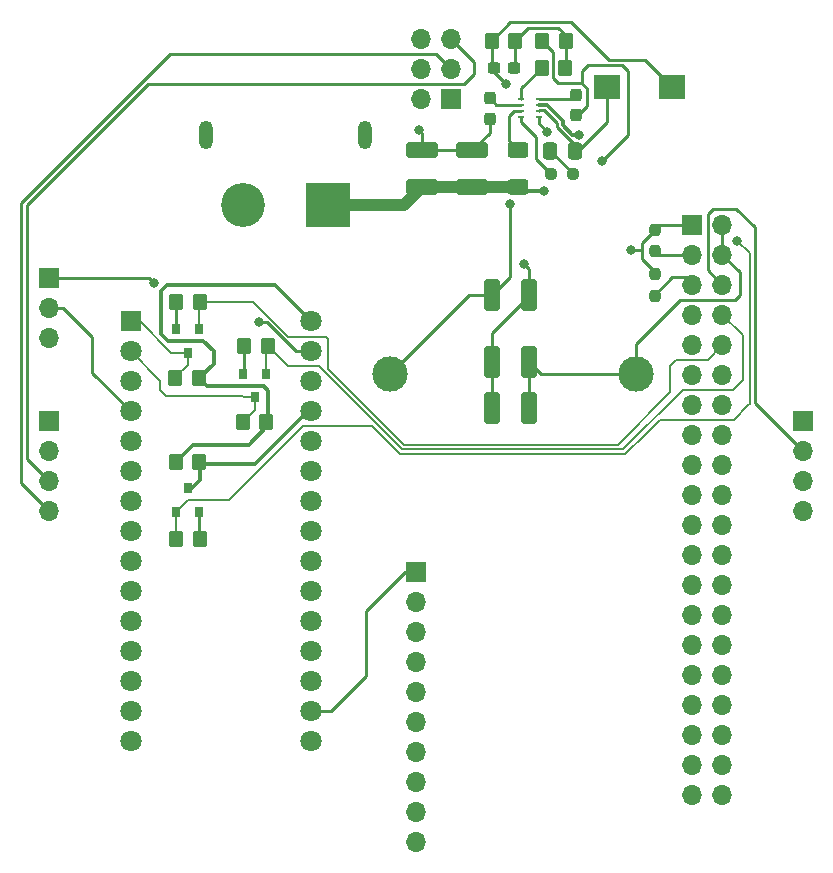
<source format=gbr>
%TF.GenerationSoftware,KiCad,Pcbnew,(6.0.4)*%
%TF.CreationDate,2022-09-19T00:41:06-04:00*%
%TF.ProjectId,Pi_HAT_V2,50695f48-4154-45f5-9632-2e6b69636164,rev?*%
%TF.SameCoordinates,Original*%
%TF.FileFunction,Copper,L2,Bot*%
%TF.FilePolarity,Positive*%
%FSLAX46Y46*%
G04 Gerber Fmt 4.6, Leading zero omitted, Abs format (unit mm)*
G04 Created by KiCad (PCBNEW (6.0.4)) date 2022-09-19 00:41:06*
%MOMM*%
%LPD*%
G01*
G04 APERTURE LIST*
G04 Aperture macros list*
%AMRoundRect*
0 Rectangle with rounded corners*
0 $1 Rounding radius*
0 $2 $3 $4 $5 $6 $7 $8 $9 X,Y pos of 4 corners*
0 Add a 4 corners polygon primitive as box body*
4,1,4,$2,$3,$4,$5,$6,$7,$8,$9,$2,$3,0*
0 Add four circle primitives for the rounded corners*
1,1,$1+$1,$2,$3*
1,1,$1+$1,$4,$5*
1,1,$1+$1,$6,$7*
1,1,$1+$1,$8,$9*
0 Add four rect primitives between the rounded corners*
20,1,$1+$1,$2,$3,$4,$5,0*
20,1,$1+$1,$4,$5,$6,$7,0*
20,1,$1+$1,$6,$7,$8,$9,0*
20,1,$1+$1,$8,$9,$2,$3,0*%
G04 Aperture macros list end*
%TA.AperFunction,SMDPad,CuDef*%
%ADD10R,0.609600X0.279400*%
%TD*%
%TA.AperFunction,SMDPad,CuDef*%
%ADD11R,2.260600X2.108200*%
%TD*%
%TA.AperFunction,ComponentPad*%
%ADD12R,1.800000X1.800000*%
%TD*%
%TA.AperFunction,ComponentPad*%
%ADD13C,1.800000*%
%TD*%
%TA.AperFunction,ComponentPad*%
%ADD14R,1.700000X1.700000*%
%TD*%
%TA.AperFunction,ComponentPad*%
%ADD15O,1.700000X1.700000*%
%TD*%
%TA.AperFunction,ComponentPad*%
%ADD16R,3.716000X3.716000*%
%TD*%
%TA.AperFunction,ComponentPad*%
%ADD17C,3.716000*%
%TD*%
%TA.AperFunction,ComponentPad*%
%ADD18O,1.200000X2.400000*%
%TD*%
%TA.AperFunction,ComponentPad*%
%ADD19C,3.000000*%
%TD*%
%TA.AperFunction,SMDPad,CuDef*%
%ADD20RoundRect,0.250000X0.412500X1.100000X-0.412500X1.100000X-0.412500X-1.100000X0.412500X-1.100000X0*%
%TD*%
%TA.AperFunction,SMDPad,CuDef*%
%ADD21RoundRect,0.237500X-0.300000X-0.237500X0.300000X-0.237500X0.300000X0.237500X-0.300000X0.237500X0*%
%TD*%
%TA.AperFunction,SMDPad,CuDef*%
%ADD22RoundRect,0.237500X-0.237500X0.300000X-0.237500X-0.300000X0.237500X-0.300000X0.237500X0.300000X0*%
%TD*%
%TA.AperFunction,SMDPad,CuDef*%
%ADD23RoundRect,0.250000X1.100000X-0.412500X1.100000X0.412500X-1.100000X0.412500X-1.100000X-0.412500X0*%
%TD*%
%TA.AperFunction,SMDPad,CuDef*%
%ADD24RoundRect,0.250000X0.625000X-0.400000X0.625000X0.400000X-0.625000X0.400000X-0.625000X-0.400000X0*%
%TD*%
%TA.AperFunction,SMDPad,CuDef*%
%ADD25RoundRect,0.250000X0.337500X0.475000X-0.337500X0.475000X-0.337500X-0.475000X0.337500X-0.475000X0*%
%TD*%
%TA.AperFunction,SMDPad,CuDef*%
%ADD26RoundRect,0.237500X0.237500X-0.250000X0.237500X0.250000X-0.237500X0.250000X-0.237500X-0.250000X0*%
%TD*%
%TA.AperFunction,SMDPad,CuDef*%
%ADD27RoundRect,0.250000X-0.350000X-0.450000X0.350000X-0.450000X0.350000X0.450000X-0.350000X0.450000X0*%
%TD*%
%TA.AperFunction,SMDPad,CuDef*%
%ADD28R,0.800000X0.900000*%
%TD*%
%TA.AperFunction,SMDPad,CuDef*%
%ADD29RoundRect,0.250000X0.350000X0.450000X-0.350000X0.450000X-0.350000X-0.450000X0.350000X-0.450000X0*%
%TD*%
%TA.AperFunction,SMDPad,CuDef*%
%ADD30RoundRect,0.237500X-0.250000X-0.237500X0.250000X-0.237500X0.250000X0.237500X-0.250000X0.237500X0*%
%TD*%
%TA.AperFunction,SMDPad,CuDef*%
%ADD31RoundRect,0.250000X-0.412500X-1.100000X0.412500X-1.100000X0.412500X1.100000X-0.412500X1.100000X0*%
%TD*%
%TA.AperFunction,ViaPad*%
%ADD32C,0.800000*%
%TD*%
%TA.AperFunction,Conductor*%
%ADD33C,0.250000*%
%TD*%
%TA.AperFunction,Conductor*%
%ADD34C,0.200000*%
%TD*%
%TA.AperFunction,Conductor*%
%ADD35C,0.300000*%
%TD*%
%TA.AperFunction,Conductor*%
%ADD36C,1.000000*%
%TD*%
G04 APERTURE END LIST*
D10*
%TO.P,U1,8,FB*%
%TO.N,Net-(R3-Pad1)*%
X136500700Y-68724999D03*
%TO.P,U1,7,SS*%
%TO.N,Net-(C8-Pad1)*%
X136500700Y-69225000D03*
%TO.P,U1,6,EN/SYNC*%
%TO.N,Net-(R2-Pad2)*%
X136500700Y-69725000D03*
%TO.P,U1,5,BST*%
%TO.N,Net-(R4-Pad1)*%
X136500700Y-70225001D03*
%TO.P,U1,4,GND*%
%TO.N,GND*%
X137999300Y-70225001D03*
%TO.P,U1,3,SW*%
%TO.N,Net-(C4-Pad1)*%
X137999300Y-69725000D03*
%TO.P,U1,2,IN*%
%TO.N,12V*%
X137999300Y-69225000D03*
%TO.P,U1,1,PG*%
%TO.N,Net-(C3-Pad1)*%
X137999300Y-68724999D03*
%TD*%
D11*
%TO.P,L1,1,1*%
%TO.N,Net-(C4-Pad1)*%
X143758900Y-67700000D03*
%TO.P,L1,2,2*%
%TO.N,Net-(C5-Pad1)*%
X149296100Y-67700000D03*
%TD*%
D12*
%TO.P,TB1,1,D1/TX*%
%TO.N,/TXN*%
X103430000Y-87570000D03*
D13*
%TO.P,TB1,2,D0/RX*%
%TO.N,/RXN*%
X103430000Y-90110000D03*
%TO.P,TB1,3,RESET*%
%TO.N,unconnected-(TB1-Pad28)*%
X103430000Y-92650000D03*
%TO.P,TB1,4,COM/GND*%
%TO.N,GND*%
X103430000Y-95190000D03*
%TO.P,TB1,5,D2*%
%TO.N,unconnected-(TB1-Pad5)*%
X103430000Y-97730000D03*
%TO.P,TB1,6,D3*%
%TO.N,unconnected-(TB1-Pad6)*%
X103430000Y-100270000D03*
%TO.P,TB1,7,D4*%
%TO.N,unconnected-(TB1-Pad7)*%
X103430000Y-102810000D03*
%TO.P,TB1,8,D5*%
%TO.N,unconnected-(TB1-Pad8)*%
X103430000Y-105350000D03*
%TO.P,TB1,9,D6*%
%TO.N,unconnected-(TB1-Pad9)*%
X103430000Y-107890000D03*
%TO.P,TB1,10,D7*%
%TO.N,unconnected-(TB1-Pad10)*%
X103430000Y-110430000D03*
%TO.P,TB1,11,D8*%
%TO.N,unconnected-(TB1-Pad11)*%
X103430000Y-112970000D03*
%TO.P,TB1,12,D9*%
%TO.N,unconnected-(TB1-Pad12)*%
X103430000Y-115510000D03*
%TO.P,TB1,13,D10*%
%TO.N,unconnected-(TB1-Pad13)*%
X103430000Y-118050000D03*
%TO.P,TB1,14,D11/MOSI*%
%TO.N,unconnected-(TB1-Pad14)*%
X103430000Y-120590000D03*
%TO.P,TB1,15,D12/MISO*%
%TO.N,unconnected-(TB1-Pad15)*%
X103430000Y-123130000D03*
%TO.P,TB1,16,D13/SCK*%
%TO.N,unconnected-(TB1-Pad16)*%
X118670000Y-123130000D03*
%TO.P,TB1,17,3V3*%
%TO.N,3.3VN*%
X118670000Y-120590000D03*
%TO.P,TB1,18,AREF*%
%TO.N,unconnected-(TB1-Pad18)*%
X118670000Y-118050000D03*
%TO.P,TB1,19,A0*%
%TO.N,/PS*%
X118670000Y-115510000D03*
%TO.P,TB1,20,A1*%
%TO.N,unconnected-(TB1-Pad20)*%
X118670000Y-112970000D03*
%TO.P,TB1,21,A2*%
%TO.N,unconnected-(TB1-Pad21)*%
X118670000Y-110430000D03*
%TO.P,TB1,22,A3*%
%TO.N,unconnected-(TB1-Pad22)*%
X118670000Y-107890000D03*
%TO.P,TB1,23,A4*%
%TO.N,SDAN*%
X118670000Y-105350000D03*
%TO.P,TB1,24,A5*%
%TO.N,SCLN*%
X118670000Y-102810000D03*
%TO.P,TB1,25,A6*%
%TO.N,unconnected-(TB1-Pad25)*%
X118670000Y-100270000D03*
%TO.P,TB1,26,A7*%
%TO.N,unconnected-(TB1-Pad26)*%
X118670000Y-97730000D03*
%TO.P,TB1,27,+5V*%
%TO.N,/5VN*%
X118670000Y-95190000D03*
%TO.P,TB1,28,RESET*%
%TO.N,unconnected-(TB1-Pad28)*%
X118670000Y-92650000D03*
%TO.P,TB1,29,COM/GND*%
%TO.N,GND*%
X118670000Y-90110000D03*
%TO.P,TB1,30,VIN*%
%TO.N,/5V*%
X118670000Y-87570000D03*
%TD*%
D14*
%TO.P,J3,1,Pin_1*%
%TO.N,3.3VP*%
X130565000Y-68775000D03*
D15*
%TO.P,J3,2,Pin_2*%
%TO.N,/5V*%
X128025000Y-68775000D03*
%TO.P,J3,3,Pin_3*%
%TO.N,/SDA*%
X130565000Y-66235000D03*
%TO.P,J3,4,Pin_4*%
%TO.N,/5V*%
X128025000Y-66235000D03*
%TO.P,J3,5,Pin_5*%
%TO.N,/SCL*%
X130565000Y-63695000D03*
%TO.P,J3,6,Pin_6*%
%TO.N,GND*%
X128025000Y-63695000D03*
%TD*%
D14*
%TO.P,J1,1,Pin_1*%
%TO.N,3.3VN*%
X127550000Y-108800000D03*
D15*
%TO.P,J1,2,Pin_2*%
%TO.N,GND*%
X127550000Y-111340000D03*
%TO.P,J1,3,Pin_3*%
%TO.N,SCLN*%
X127550000Y-113880000D03*
%TO.P,J1,4,Pin_4*%
%TO.N,SDAN*%
X127550000Y-116420000D03*
%TO.P,J1,5,Pin_5*%
%TO.N,unconnected-(J1-Pad5)*%
X127550000Y-118960000D03*
%TO.P,J1,6,Pin_6*%
%TO.N,unconnected-(J1-Pad6)*%
X127550000Y-121500000D03*
%TO.P,J1,7,Pin_7*%
%TO.N,unconnected-(J1-Pad7)*%
X127550000Y-124040000D03*
%TO.P,J1,8,Pin_8*%
%TO.N,unconnected-(J1-Pad8)*%
X127550000Y-126580000D03*
%TO.P,J1,9,Pin_9*%
%TO.N,unconnected-(J1-Pad9)*%
X127550000Y-129120000D03*
%TO.P,J1,10,Pin_10*%
%TO.N,unconnected-(J1-Pad10)*%
X127550000Y-131660000D03*
%TD*%
D14*
%TO.P,J2,1,Pin_1*%
%TO.N,3.3VP*%
X151000000Y-79400000D03*
D15*
%TO.P,J2,2,Pin_2*%
%TO.N,/5V*%
X153540000Y-79400000D03*
%TO.P,J2,3,Pin_3*%
%TO.N,/SDA*%
X151000000Y-81940000D03*
%TO.P,J2,4,Pin_4*%
%TO.N,/5V*%
X153540000Y-81940000D03*
%TO.P,J2,5,Pin_5*%
%TO.N,/SCL*%
X151000000Y-84480000D03*
%TO.P,J2,6,Pin_6*%
%TO.N,GND*%
X153540000Y-84480000D03*
%TO.P,J2,7,Pin_7*%
%TO.N,unconnected-(J2-Pad7)*%
X151000000Y-87020000D03*
%TO.P,J2,8,Pin_8*%
%TO.N,/TXP*%
X153540000Y-87020000D03*
%TO.P,J2,9,Pin_9*%
%TO.N,unconnected-(J2-Pad9)*%
X151000000Y-89560000D03*
%TO.P,J2,10,Pin_10*%
%TO.N,/RXP*%
X153540000Y-89560000D03*
%TO.P,J2,11,Pin_11*%
%TO.N,unconnected-(J2-Pad11)*%
X151000000Y-92100000D03*
%TO.P,J2,12,Pin_12*%
%TO.N,unconnected-(J2-Pad12)*%
X153540000Y-92100000D03*
%TO.P,J2,13,Pin_13*%
%TO.N,unconnected-(J2-Pad13)*%
X151000000Y-94640000D03*
%TO.P,J2,14,Pin_14*%
%TO.N,unconnected-(J2-Pad14)*%
X153540000Y-94640000D03*
%TO.P,J2,15,Pin_15*%
%TO.N,unconnected-(J2-Pad15)*%
X151000000Y-97180000D03*
%TO.P,J2,16,Pin_16*%
%TO.N,unconnected-(J2-Pad16)*%
X153540000Y-97180000D03*
%TO.P,J2,17,Pin_17*%
%TO.N,unconnected-(J2-Pad17)*%
X151000000Y-99720000D03*
%TO.P,J2,18,Pin_18*%
%TO.N,unconnected-(J2-Pad18)*%
X153540000Y-99720000D03*
%TO.P,J2,19,Pin_19*%
%TO.N,unconnected-(J2-Pad19)*%
X151000000Y-102260000D03*
%TO.P,J2,20,Pin_20*%
%TO.N,unconnected-(J2-Pad20)*%
X153540000Y-102260000D03*
%TO.P,J2,21,Pin_21*%
%TO.N,unconnected-(J2-Pad21)*%
X151000000Y-104800000D03*
%TO.P,J2,22,Pin_22*%
%TO.N,unconnected-(J2-Pad22)*%
X153540000Y-104800000D03*
%TO.P,J2,23,Pin_23*%
%TO.N,unconnected-(J2-Pad23)*%
X151000000Y-107340000D03*
%TO.P,J2,24,Pin_24*%
%TO.N,unconnected-(J2-Pad24)*%
X153540000Y-107340000D03*
%TO.P,J2,25,Pin_25*%
%TO.N,unconnected-(J2-Pad25)*%
X151000000Y-109880000D03*
%TO.P,J2,26,Pin_26*%
%TO.N,unconnected-(J2-Pad26)*%
X153540000Y-109880000D03*
%TO.P,J2,27,Pin_27*%
%TO.N,unconnected-(J2-Pad27)*%
X151000000Y-112420000D03*
%TO.P,J2,28,Pin_28*%
%TO.N,unconnected-(J2-Pad28)*%
X153540000Y-112420000D03*
%TO.P,J2,29,Pin_29*%
%TO.N,unconnected-(J2-Pad29)*%
X151000000Y-114960000D03*
%TO.P,J2,30,Pin_30*%
%TO.N,unconnected-(J2-Pad30)*%
X153540000Y-114960000D03*
%TO.P,J2,31,Pin_31*%
%TO.N,unconnected-(J2-Pad31)*%
X151000000Y-117500000D03*
%TO.P,J2,32,Pin_32*%
%TO.N,unconnected-(J2-Pad32)*%
X153540000Y-117500000D03*
%TO.P,J2,33,Pin_33*%
%TO.N,unconnected-(J2-Pad33)*%
X151000000Y-120040000D03*
%TO.P,J2,34,Pin_34*%
%TO.N,unconnected-(J2-Pad34)*%
X153540000Y-120040000D03*
%TO.P,J2,35,Pin_35*%
%TO.N,unconnected-(J2-Pad35)*%
X151000000Y-122580000D03*
%TO.P,J2,36,Pin_36*%
%TO.N,unconnected-(J2-Pad36)*%
X153540000Y-122580000D03*
%TO.P,J2,37,Pin_37*%
%TO.N,unconnected-(J2-Pad37)*%
X151000000Y-125120000D03*
%TO.P,J2,38,Pin_38*%
%TO.N,unconnected-(J2-Pad38)*%
X153540000Y-125120000D03*
%TO.P,J2,39,Pin_39*%
%TO.N,unconnected-(J2-Pad39)*%
X151000000Y-127660000D03*
%TO.P,J2,40,Pin_40*%
%TO.N,unconnected-(J2-Pad40)*%
X153540000Y-127660000D03*
%TD*%
D14*
%TO.P,J4,1,Pin_1*%
%TO.N,12V*%
X96550000Y-96000000D03*
D15*
%TO.P,J4,2,Pin_2*%
%TO.N,GND*%
X96550000Y-98540000D03*
%TO.P,J4,3,Pin_3*%
%TO.N,/SCL*%
X96550000Y-101080000D03*
%TO.P,J4,4,Pin_4*%
%TO.N,/SDA*%
X96550000Y-103620000D03*
%TD*%
D16*
%TO.P,J5,1,+*%
%TO.N,12V*%
X120150000Y-77750000D03*
D17*
%TO.P,J5,2,-*%
%TO.N,GND*%
X112950000Y-77750000D03*
D18*
%TO.P,J5,S1*%
%TO.N,N/C*%
X123300000Y-71750000D03*
%TO.P,J5,S2*%
X109800000Y-71750000D03*
%TD*%
D19*
%TO.P,L2,1,1*%
%TO.N,Net-(C5-Pad1)*%
X125400000Y-92000000D03*
%TO.P,L2,2,2*%
%TO.N,/5V*%
X146200000Y-92000000D03*
%TD*%
D14*
%TO.P,J6,1,Pin_1*%
%TO.N,12V*%
X160350000Y-96000000D03*
D15*
%TO.P,J6,2,Pin_2*%
%TO.N,GND*%
X160350000Y-98540000D03*
%TO.P,J6,3,Pin_3*%
%TO.N,/SCL*%
X160350000Y-101080000D03*
%TO.P,J6,4,Pin_4*%
%TO.N,/SDA*%
X160350000Y-103620000D03*
%TD*%
D14*
%TO.P,J7,1,Pin_1*%
%TO.N,/5VN*%
X96550000Y-83875000D03*
D15*
%TO.P,J7,2,Pin_2*%
%TO.N,GND*%
X96550000Y-86415000D03*
%TO.P,J7,3,Pin_3*%
%TO.N,/PS*%
X96550000Y-88955000D03*
%TD*%
D20*
%TO.P,C7,1*%
%TO.N,/5V*%
X137162500Y-94900000D03*
%TO.P,C7,2*%
%TO.N,GND*%
X134037500Y-94900000D03*
%TD*%
D21*
%TO.P,C9,1*%
%TO.N,Net-(C5-Pad1)*%
X134162500Y-66075000D03*
%TO.P,C9,2*%
%TO.N,Net-(C9-Pad2)*%
X135887500Y-66075000D03*
%TD*%
D22*
%TO.P,C3,2*%
%TO.N,GND*%
X141100000Y-70112500D03*
%TO.P,C3,1*%
%TO.N,Net-(C3-Pad1)*%
X141100000Y-68387500D03*
%TD*%
D20*
%TO.P,C6,1*%
%TO.N,/5V*%
X137162500Y-91000000D03*
%TO.P,C6,2*%
%TO.N,GND*%
X134037500Y-91000000D03*
%TD*%
D23*
%TO.P,C1,1*%
%TO.N,12V*%
X132375000Y-76162500D03*
%TO.P,C1,2*%
%TO.N,GND*%
X132375000Y-73037500D03*
%TD*%
%TO.P,C2,1*%
%TO.N,12V*%
X128125000Y-76162500D03*
%TO.P,C2,2*%
%TO.N,GND*%
X128125000Y-73037500D03*
%TD*%
D24*
%TO.P,R2,1*%
%TO.N,12V*%
X136225000Y-76175000D03*
%TO.P,R2,2*%
%TO.N,Net-(R2-Pad2)*%
X136225000Y-73075000D03*
%TD*%
D25*
%TO.P,C4,1*%
%TO.N,Net-(C4-Pad1)*%
X141012500Y-73100000D03*
%TO.P,C4,2*%
%TO.N,Net-(C4-Pad2)*%
X138937500Y-73100000D03*
%TD*%
D26*
%TO.P,R7,1*%
%TO.N,/SCL*%
X147800000Y-85387500D03*
%TO.P,R7,2*%
%TO.N,3.3VP*%
X147800000Y-83562500D03*
%TD*%
D27*
%TO.P,R9,1*%
%TO.N,/5V*%
X107250000Y-99475000D03*
%TO.P,R9,2*%
%TO.N,/5VN*%
X109250000Y-99475000D03*
%TD*%
%TO.P,R10,1*%
%TO.N,VAA*%
X113025000Y-89675000D03*
%TO.P,R10,2*%
%TO.N,/TXP*%
X115025000Y-89675000D03*
%TD*%
%TO.P,R5,1*%
%TO.N,GND*%
X138250000Y-63825000D03*
%TO.P,R5,2*%
%TO.N,Net-(C9-Pad2)*%
X140250000Y-63825000D03*
%TD*%
%TO.P,R14,1*%
%TO.N,Net-(C5-Pad1)*%
X134000000Y-63800000D03*
%TO.P,R14,2*%
%TO.N,Net-(C9-Pad2)*%
X136000000Y-63800000D03*
%TD*%
%TO.P,R12,1*%
%TO.N,VD*%
X107275000Y-85900000D03*
%TO.P,R12,2*%
%TO.N,/RXP*%
X109275000Y-85900000D03*
%TD*%
D22*
%TO.P,C8,2*%
%TO.N,GND*%
X133825000Y-70412500D03*
%TO.P,C8,1*%
%TO.N,Net-(C8-Pad1)*%
X133825000Y-68687500D03*
%TD*%
D28*
%TO.P,Q3,1*%
%TO.N,VD*%
X107300000Y-88225000D03*
%TO.P,Q3,2*%
%TO.N,/RXP*%
X109200000Y-88225000D03*
%TO.P,Q3,3*%
%TO.N,/TXN*%
X108250000Y-90225000D03*
%TD*%
D29*
%TO.P,R11,1*%
%TO.N,/5V*%
X114925000Y-96100000D03*
%TO.P,R11,2*%
%TO.N,/RXN*%
X112925000Y-96100000D03*
%TD*%
D28*
%TO.P,Q1,1*%
%TO.N,+3V3*%
X109200000Y-103675000D03*
%TO.P,Q1,2*%
%TO.N,3.3VP*%
X107300000Y-103675000D03*
%TO.P,Q1,3*%
%TO.N,/5VN*%
X108250000Y-101675000D03*
%TD*%
D26*
%TO.P,R6,1*%
%TO.N,/SDA*%
X147800000Y-81637500D03*
%TO.P,R6,2*%
%TO.N,3.3VP*%
X147800000Y-79812500D03*
%TD*%
D30*
%TO.P,R4,1*%
%TO.N,Net-(R4-Pad1)*%
X139037500Y-75125000D03*
%TO.P,R4,2*%
%TO.N,Net-(C4-Pad2)*%
X140862500Y-75125000D03*
%TD*%
D29*
%TO.P,R8,1*%
%TO.N,+3V3*%
X109275000Y-106025000D03*
%TO.P,R8,2*%
%TO.N,3.3VP*%
X107275000Y-106025000D03*
%TD*%
%TO.P,R13,1*%
%TO.N,/5V*%
X109225000Y-92400000D03*
%TO.P,R13,2*%
%TO.N,/TXN*%
X107225000Y-92400000D03*
%TD*%
D28*
%TO.P,Q2,1*%
%TO.N,VAA*%
X112975000Y-92000000D03*
%TO.P,Q2,2*%
%TO.N,/TXP*%
X114875000Y-92000000D03*
%TO.P,Q2,3*%
%TO.N,/RXN*%
X113925000Y-94000000D03*
%TD*%
D31*
%TO.P,C5,1*%
%TO.N,Net-(C5-Pad1)*%
X134037500Y-85350000D03*
%TO.P,C5,2*%
%TO.N,GND*%
X137162500Y-85350000D03*
%TD*%
D27*
%TO.P,R3,1*%
%TO.N,Net-(R3-Pad1)*%
X138225000Y-66100000D03*
%TO.P,R3,2*%
%TO.N,Net-(C9-Pad2)*%
X140225000Y-66100000D03*
%TD*%
D32*
%TO.N,GND*%
X143350000Y-74025000D03*
%TO.N,3.3VP*%
X145775000Y-81525000D03*
%TO.N,Net-(C5-Pad1)*%
X135575000Y-77650000D03*
X135200000Y-67450000D03*
%TO.N,GND*%
X114325000Y-87650000D03*
%TO.N,/5VN*%
X105375000Y-84300000D03*
%TO.N,3.3VP*%
X154775000Y-80750000D03*
%TO.N,GND*%
X136700000Y-82700000D03*
%TO.N,12V*%
X138450000Y-76550000D03*
X141400000Y-71750000D03*
%TO.N,GND*%
X138700000Y-71500000D03*
X127850000Y-71400000D03*
%TD*%
D33*
%TO.N,/SCL*%
X94675000Y-99205000D02*
X94675000Y-77675000D01*
%TO.N,Net-(C5-Pad1)*%
X146996100Y-65400000D02*
X149296100Y-67700000D01*
X143900000Y-65400000D02*
X146996100Y-65400000D01*
X140750480Y-62250480D02*
X143900000Y-65400000D01*
X135549520Y-62250480D02*
X140750480Y-62250480D01*
X134000000Y-63800000D02*
X135549520Y-62250480D01*
%TO.N,GND*%
X141650000Y-66400000D02*
X141650000Y-67400000D01*
X145550000Y-66375000D02*
X145050000Y-65875000D01*
X145550000Y-71825000D02*
X145550000Y-66375000D01*
X142175000Y-65875000D02*
X141650000Y-66400000D01*
X143350000Y-74025000D02*
X145550000Y-71825000D01*
X145050000Y-65875000D02*
X142175000Y-65875000D01*
%TO.N,3.3VP*%
X145775000Y-81525000D02*
X146650000Y-81525000D01*
X146650000Y-81525000D02*
X146700000Y-81475000D01*
X146700000Y-82300000D02*
X146700000Y-81475000D01*
X146700000Y-81475000D02*
X146700000Y-80912500D01*
%TO.N,Net-(C5-Pad1)*%
X135575000Y-83812500D02*
X134037500Y-85350000D01*
X135575000Y-77650000D02*
X135575000Y-83812500D01*
X134162500Y-66412500D02*
X135200000Y-67450000D01*
X134162500Y-66075000D02*
X134162500Y-66412500D01*
%TO.N,GND*%
X117410000Y-90110000D02*
X118670000Y-90110000D01*
X114950000Y-87650000D02*
X117410000Y-90110000D01*
X114325000Y-87650000D02*
X114950000Y-87650000D01*
%TO.N,/5VN*%
X104950000Y-83875000D02*
X105375000Y-84300000D01*
X96550000Y-83875000D02*
X104950000Y-83875000D01*
D34*
%TO.N,/TXN*%
X104220000Y-87570000D02*
X103430000Y-87570000D01*
X106875000Y-90225000D02*
X104220000Y-87570000D01*
X108250000Y-90225000D02*
X106875000Y-90225000D01*
D35*
%TO.N,/5V*%
X115625000Y-84525000D02*
X118670000Y-87570000D01*
X106475000Y-84525000D02*
X115625000Y-84525000D01*
X105975000Y-85025000D02*
X106475000Y-84525000D01*
X106600000Y-89250000D02*
X105975000Y-88625000D01*
X109600000Y-89250000D02*
X106600000Y-89250000D01*
X105975000Y-88625000D02*
X105975000Y-85025000D01*
X110450000Y-90100000D02*
X109600000Y-89250000D01*
X110450000Y-91175000D02*
X110450000Y-90100000D01*
X109225000Y-92400000D02*
X110450000Y-91175000D01*
D34*
%TO.N,3.3VP*%
X154800000Y-80750000D02*
X154775000Y-80750000D01*
X155850000Y-81800000D02*
X154800000Y-80750000D01*
X155850000Y-94525000D02*
X155850000Y-81800000D01*
X155700000Y-94675000D02*
X155850000Y-94525000D01*
X154500000Y-95875000D02*
X155700000Y-94675000D01*
X151125000Y-95875000D02*
X154500000Y-95875000D01*
X147045003Y-97070003D02*
X148240006Y-95875000D01*
X145315487Y-98799519D02*
X147045003Y-97070003D01*
X148240006Y-95875000D02*
X151125000Y-95875000D01*
X130525000Y-98799520D02*
X145315487Y-98799519D01*
X126209514Y-98799520D02*
X130525000Y-98799520D01*
X125992497Y-98582503D02*
X126209514Y-98799520D01*
X123859994Y-96450000D02*
X125992497Y-98582503D01*
X123575000Y-96450000D02*
X123859994Y-96450000D01*
X119000000Y-96450000D02*
X123575000Y-96450000D01*
X117950000Y-96450000D02*
X119000000Y-96450000D01*
X117900000Y-96500000D02*
X117950000Y-96450000D01*
X108875000Y-102675000D02*
X111725000Y-102675000D01*
X111725000Y-102675000D02*
X117900000Y-96500000D01*
X108300000Y-102675000D02*
X108875000Y-102675000D01*
X107300000Y-103675000D02*
X108300000Y-102675000D01*
D33*
%TO.N,GND*%
X156300000Y-94490000D02*
X160350000Y-98540000D01*
X156300000Y-79600000D02*
X156300000Y-94490000D01*
X154725000Y-78025000D02*
X156300000Y-79600000D01*
X152725000Y-78025000D02*
X154725000Y-78025000D01*
X152275000Y-78475000D02*
X152725000Y-78025000D01*
X152275000Y-83215000D02*
X152275000Y-78475000D01*
X153540000Y-84480000D02*
X152275000Y-83215000D01*
D34*
%TO.N,/RXP*%
X152275000Y-90825000D02*
X153540000Y-89560000D01*
X149625000Y-90825000D02*
X152275000Y-90825000D01*
X149125000Y-91325000D02*
X149625000Y-90825000D01*
X149125000Y-93550000D02*
X149125000Y-91325000D01*
X144674520Y-98000480D02*
X149125000Y-93550000D01*
X126550480Y-98000480D02*
X144674520Y-98000480D01*
X120175000Y-91625000D02*
X126550480Y-98000480D01*
X120175000Y-89050000D02*
X120175000Y-91625000D01*
X119975000Y-88850000D02*
X120175000Y-89050000D01*
X116775000Y-88850000D02*
X119975000Y-88850000D01*
X113825000Y-85900000D02*
X116775000Y-88850000D01*
X109275000Y-85900000D02*
X113825000Y-85900000D01*
%TO.N,/TXP*%
X155250000Y-88730000D02*
X153540000Y-87020000D01*
X155250000Y-92525000D02*
X155250000Y-88730000D01*
X154425000Y-93350000D02*
X155250000Y-92525000D01*
X150200000Y-93350000D02*
X154425000Y-93350000D01*
X145150000Y-98400000D02*
X150200000Y-93350000D01*
X126375000Y-98400000D02*
X145150000Y-98400000D01*
X119350000Y-91375000D02*
X126375000Y-98400000D01*
X116725000Y-91375000D02*
X119350000Y-91375000D01*
X115025000Y-89675000D02*
X116725000Y-91375000D01*
D33*
%TO.N,/SCL*%
X132500000Y-65630000D02*
X130565000Y-63695000D01*
X132500000Y-66650000D02*
X132500000Y-65630000D01*
X131675000Y-67475000D02*
X132500000Y-66650000D01*
X104875000Y-67475000D02*
X131675000Y-67475000D01*
X94675000Y-77675000D02*
X104875000Y-67475000D01*
X96550000Y-101080000D02*
X94675000Y-99205000D01*
%TO.N,/SDA*%
X129280000Y-64950000D02*
X130565000Y-66235000D01*
X106764282Y-64950000D02*
X129280000Y-64950000D01*
X94175000Y-101245000D02*
X94175000Y-77539282D01*
X96550000Y-103620000D02*
X94175000Y-101245000D01*
X94175000Y-77539282D02*
X106764282Y-64950000D01*
%TO.N,GND*%
X97690000Y-86415000D02*
X96550000Y-86415000D01*
X100200000Y-88925000D02*
X97690000Y-86415000D01*
X100200000Y-91960000D02*
X100200000Y-88925000D01*
X103430000Y-95190000D02*
X100200000Y-91960000D01*
%TO.N,3.3VN*%
X123350000Y-112100000D02*
X123350000Y-117600000D01*
X123350000Y-117600000D02*
X120360000Y-120590000D01*
X120360000Y-120590000D02*
X118670000Y-120590000D01*
X126650000Y-108800000D02*
X123350000Y-112100000D01*
X127550000Y-108800000D02*
X126650000Y-108800000D01*
D35*
%TO.N,/5V*%
X113450000Y-98000000D02*
X108725000Y-98000000D01*
X114925000Y-96525000D02*
X113450000Y-98000000D01*
X108725000Y-98000000D02*
X107250000Y-99475000D01*
X114925000Y-96100000D02*
X114925000Y-96525000D01*
X114700000Y-93050000D02*
X115100000Y-93450000D01*
X115100000Y-95925000D02*
X114925000Y-96100000D01*
X109875000Y-93050000D02*
X114700000Y-93050000D01*
X115100000Y-93450000D02*
X115100000Y-95925000D01*
X109225000Y-92400000D02*
X109875000Y-93050000D01*
D33*
X155000000Y-83400000D02*
X153540000Y-81940000D01*
X155000000Y-85350000D02*
X155000000Y-83400000D01*
X154600000Y-85750000D02*
X155000000Y-85350000D01*
X149950000Y-85750000D02*
X154600000Y-85750000D01*
X146200000Y-89500000D02*
X149950000Y-85750000D01*
X146200000Y-92000000D02*
X146200000Y-89500000D01*
X153540000Y-79400000D02*
X153540000Y-81940000D01*
%TO.N,/SCL*%
X149300000Y-83850000D02*
X150370000Y-83850000D01*
X150370000Y-83850000D02*
X151000000Y-84480000D01*
X147800000Y-85350000D02*
X149300000Y-83850000D01*
X147800000Y-85387500D02*
X147800000Y-85350000D01*
%TO.N,3.3VP*%
X146700000Y-80912500D02*
X147800000Y-79812500D01*
X147800000Y-83400000D02*
X146700000Y-82300000D01*
X147800000Y-83562500D02*
X147800000Y-83400000D01*
%TO.N,/SDA*%
X148102500Y-81940000D02*
X151000000Y-81940000D01*
X147800000Y-81637500D02*
X148102500Y-81940000D01*
%TO.N,3.3VP*%
X148212500Y-79400000D02*
X151000000Y-79400000D01*
X147800000Y-79812500D02*
X148212500Y-79400000D01*
%TO.N,GND*%
X137162500Y-83162500D02*
X136700000Y-82700000D01*
X137162500Y-85350000D02*
X137162500Y-83162500D01*
%TO.N,/5V*%
X138162500Y-92000000D02*
X146200000Y-92000000D01*
X137162500Y-91000000D02*
X138162500Y-92000000D01*
X137162500Y-91000000D02*
X137162500Y-94900000D01*
%TO.N,Net-(C5-Pad1)*%
X132050000Y-85350000D02*
X125400000Y-92000000D01*
X134037500Y-85350000D02*
X132050000Y-85350000D01*
%TO.N,GND*%
X134037500Y-94900000D02*
X134037500Y-91000000D01*
X134000000Y-90962500D02*
X134037500Y-91000000D01*
X137162500Y-85387500D02*
X134000000Y-88550000D01*
X134000000Y-88550000D02*
X134000000Y-90962500D01*
X137162500Y-85350000D02*
X137162500Y-85387500D01*
%TO.N,Net-(C4-Pad2)*%
X140862500Y-75025000D02*
X138937500Y-73100000D01*
X140862500Y-75125000D02*
X140862500Y-75025000D01*
D35*
%TO.N,12V*%
X138450000Y-76550000D02*
X136600000Y-76550000D01*
X140800000Y-71750000D02*
X141400000Y-71750000D01*
X140000000Y-70950000D02*
X140800000Y-71750000D01*
D33*
%TO.N,Net-(C4-Pad1)*%
X141350000Y-73100000D02*
X143758900Y-70691100D01*
X143758900Y-70691100D02*
X143758900Y-67700000D01*
X141012500Y-73100000D02*
X141350000Y-73100000D01*
%TO.N,Net-(C5-Pad1)*%
X134000000Y-65912500D02*
X134162500Y-66075000D01*
X134000000Y-63800000D02*
X134000000Y-65912500D01*
%TO.N,GND*%
X137999300Y-70799300D02*
X138700000Y-71500000D01*
X137999300Y-70225001D02*
X137999300Y-70799300D01*
X141337500Y-70112500D02*
X141100000Y-70112500D01*
X142100000Y-69350000D02*
X141337500Y-70112500D01*
X142100000Y-67850000D02*
X142100000Y-69350000D01*
X141650000Y-67400000D02*
X142100000Y-67850000D01*
X139650000Y-67400000D02*
X141650000Y-67400000D01*
X139200000Y-66950000D02*
X139650000Y-67400000D01*
X139200000Y-64800000D02*
X139200000Y-66950000D01*
X138250000Y-63850000D02*
X139200000Y-64800000D01*
X138250000Y-63825000D02*
X138250000Y-63850000D01*
%TO.N,Net-(C9-Pad2)*%
X136000000Y-65962500D02*
X135887500Y-66075000D01*
X136000000Y-63800000D02*
X136000000Y-65962500D01*
X137100000Y-62700000D02*
X136000000Y-63800000D01*
X139650000Y-62700000D02*
X137100000Y-62700000D01*
X140250000Y-63300000D02*
X139650000Y-62700000D01*
X140250000Y-63825000D02*
X140250000Y-63300000D01*
X140250000Y-66075000D02*
X140225000Y-66100000D01*
X140250000Y-63825000D02*
X140250000Y-66075000D01*
%TO.N,Net-(R3-Pad1)*%
X136500700Y-67824300D02*
X138225000Y-66100000D01*
X136500700Y-68724999D02*
X136500700Y-67824300D01*
%TO.N,Net-(C8-Pad1)*%
X134362500Y-69225000D02*
X133825000Y-68687500D01*
X136500700Y-69225000D02*
X134362500Y-69225000D01*
%TO.N,Net-(R2-Pad2)*%
X135450000Y-70200000D02*
X135925000Y-69725000D01*
X135450000Y-72300000D02*
X135450000Y-70200000D01*
X135925000Y-69725000D02*
X136500700Y-69725000D01*
X136225000Y-73075000D02*
X135450000Y-72300000D01*
%TO.N,Net-(R4-Pad1)*%
X137750000Y-73837500D02*
X139037500Y-75125000D01*
X136500700Y-70700700D02*
X137750000Y-71950000D01*
X137750000Y-71950000D02*
X137750000Y-73837500D01*
X136500700Y-70225001D02*
X136500700Y-70700700D01*
%TO.N,Net-(C3-Pad1)*%
X140762501Y-68724999D02*
X137999300Y-68724999D01*
X141100000Y-68387500D02*
X140762501Y-68724999D01*
%TO.N,Net-(C4-Pad1)*%
X138425001Y-69699520D02*
X138024780Y-69699520D01*
X138024780Y-69699520D02*
X137999300Y-69725000D01*
X139525481Y-71146553D02*
X139525481Y-70800000D01*
X139525481Y-70800000D02*
X138425001Y-69699520D01*
X141012500Y-73100000D02*
X141012500Y-72633572D01*
X141012500Y-72633572D02*
X139525481Y-71146553D01*
D35*
%TO.N,12V*%
X136600000Y-76550000D02*
X136225000Y-76175000D01*
X138642822Y-69225000D02*
X140000000Y-70582178D01*
X140000000Y-70582178D02*
X140000000Y-70950000D01*
X137999300Y-69225000D02*
X138642822Y-69225000D01*
D36*
X136212500Y-76162500D02*
X136225000Y-76175000D01*
X132375000Y-76162500D02*
X136212500Y-76162500D01*
X128125000Y-76162500D02*
X132375000Y-76162500D01*
X126537500Y-77750000D02*
X128125000Y-76162500D01*
X120150000Y-77750000D02*
X126537500Y-77750000D01*
D33*
%TO.N,GND*%
X128125000Y-71675000D02*
X127850000Y-71400000D01*
X128125000Y-73037500D02*
X128125000Y-71675000D01*
X133825000Y-71587500D02*
X132375000Y-73037500D01*
X133825000Y-70412500D02*
X133825000Y-71587500D01*
X128125000Y-73037500D02*
X132375000Y-73037500D01*
%TO.N,+3V3*%
X109200000Y-105950000D02*
X109275000Y-106025000D01*
X109200000Y-103675000D02*
X109200000Y-105950000D01*
D34*
%TO.N,3.3VP*%
X107300000Y-106000000D02*
X107300000Y-103675000D01*
X107275000Y-106025000D02*
X107300000Y-106000000D01*
D35*
%TO.N,/5VN*%
X118410000Y-95190000D02*
X118670000Y-95190000D01*
X113950000Y-99650000D02*
X118410000Y-95190000D01*
X109425000Y-99650000D02*
X113950000Y-99650000D01*
X109250000Y-99475000D02*
X109425000Y-99650000D01*
X109300000Y-99525000D02*
X109250000Y-99475000D01*
X109300000Y-101000000D02*
X109300000Y-99525000D01*
X108625000Y-101675000D02*
X109300000Y-101000000D01*
X108250000Y-101675000D02*
X108625000Y-101675000D01*
D34*
%TO.N,/RXN*%
X113925000Y-95100000D02*
X113925000Y-94000000D01*
X112925000Y-96100000D02*
X113925000Y-95100000D01*
X113050000Y-94000000D02*
X113925000Y-94000000D01*
X105950000Y-93350000D02*
X106450000Y-93850000D01*
X106450000Y-93850000D02*
X112900000Y-93850000D01*
X105950000Y-92630000D02*
X105950000Y-93350000D01*
X103430000Y-90110000D02*
X105950000Y-92630000D01*
X112900000Y-93850000D02*
X113050000Y-94000000D01*
%TO.N,/TXP*%
X114875000Y-89825000D02*
X114875000Y-92000000D01*
X115025000Y-89675000D02*
X114875000Y-89825000D01*
D33*
%TO.N,VAA*%
X113025000Y-91950000D02*
X112975000Y-92000000D01*
X113025000Y-89675000D02*
X113025000Y-91950000D01*
D34*
%TO.N,/TXN*%
X108250000Y-91250000D02*
X108250000Y-90225000D01*
X107225000Y-92275000D02*
X108250000Y-91250000D01*
X107225000Y-92400000D02*
X107225000Y-92275000D01*
%TO.N,/RXP*%
X109200000Y-85975000D02*
X109200000Y-88225000D01*
X109275000Y-85900000D02*
X109200000Y-85975000D01*
D33*
%TO.N,VD*%
X107275000Y-88200000D02*
X107300000Y-88225000D01*
X107275000Y-85900000D02*
X107275000Y-88200000D01*
%TD*%
M02*

</source>
